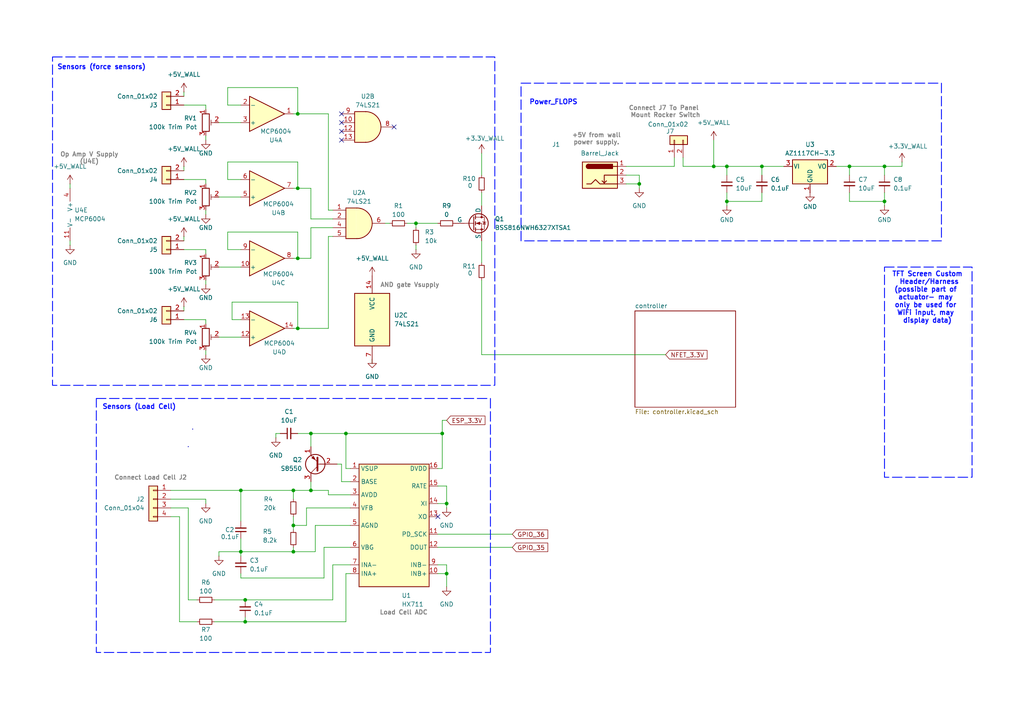
<source format=kicad_sch>
(kicad_sch (version 20231120) (generator "eeschema") (generator_version "8.0")
  (paper "A4")
  (title_block (title "FLOPS") (date "2024-11-14") (rev "3") (company "Team 09"))
  (lib_symbols
    (symbol "74xx:74LS21" (pin_names (offset 1.016))
      (property "Reference" "U" (at 0 1.27 0))
      (property "Value" "74LS21" (at 0 -1.27 0))
      (symbol "74LS21_1_1"
        (arc (start -0.635 -4.445) (mid 3.7907 0) (end -0.635 4.445) (stroke (width 0.254)) (fill (type background)))
        (polyline (pts (xy -0.635 4.445) (xy -3.81 4.445) (xy -3.81 -4.445) (xy -0.635 -4.445)) (stroke (width 0.254)) (fill (type background)))
        (pin input line (at -7.62 3.81 0) (length 3.81) (name "~") (number "1"))
        (pin input line (at -7.62 1.27 0) (length 3.81) (name "~") (number "2"))
        (pin input line (at -7.62 -1.27 0) (length 3.81) (name "~") (number "4"))
        (pin input line (at -7.62 -3.81 0) (length 3.81) (name "~") (number "5"))
        (pin output line (at 7.62 0 180) (length 3.81) (name "~") (number "6"))
      )
      (symbol "74LS21_1_2"
        (arc (start -3.81 -4.445) (mid -2.5908 0) (end -3.81 4.445) (stroke (width 0.254)))
        (arc (start -0.6096 -4.445) (mid 2.2246 -2.8422) (end 3.81 0) (stroke (width 0.254)) (fill (type background)))
        (polyline (pts (xy -3.81 -4.445) (xy -0.635 -4.445)) (stroke (width 0.254)) (fill (type background)))
        (polyline (pts (xy -3.81 4.445) (xy -0.635 4.445)) (stroke (width 0.254)) (fill (type background)))
        (polyline (pts (xy -0.635 4.445) (xy -3.81 4.445) (xy -3.81 4.445) (xy -3.6322 4.0894) (xy -3.0988 2.921) (xy -2.7686 1.6764) (xy -2.6162 0.4318) (xy -2.6416 -0.8636) (xy -2.8702 -2.1082) (xy -3.2512 -3.3274) (xy -3.81 -4.445) (xy -3.81 -4.445) (xy -0.635 -4.445)) (stroke (width -25.4)) (fill (type background)))
        (arc (start 3.81 0) (mid 2.2204 2.8379) (end -0.6096 4.445) (stroke (width 0.254)) (fill (type background)))
        (pin input inverted (at -7.62 3.81 0) (length 3.81) (name "~") (number "1"))
        (pin input inverted (at -7.62 1.27 0) (length 4.826) (name "~") (number "2"))
        (pin input inverted (at -7.62 -1.27 0) (length 4.826) (name "~") (number "4"))
        (pin input inverted (at -7.62 -3.81 0) (length 3.81) (name "~") (number "5"))
        (pin output inverted (at 7.62 0 180) (length 3.81) (name "~") (number "6"))
      )
      (symbol "74LS21_2_1"
        (arc (start -0.635 -4.445) (mid 3.7907 0) (end -0.635 4.445) (stroke (width 0.254)) (fill (type background)))
        (polyline (pts (xy -0.635 4.445) (xy -3.81 4.445) (xy -3.81 -4.445) (xy -0.635 -4.445)) (stroke (width 0.254)) (fill (type background)))
        (pin input line (at -7.62 1.27 0) (length 3.81) (name "~") (number "10"))
        (pin input line (at -7.62 -1.27 0) (length 3.81) (name "~") (number "12"))
        (pin input line (at -7.62 -3.81 0) (length 3.81) (name "~") (number "13"))
        (pin output line (at 7.62 0 180) (length 3.81) (name "~") (number "8"))
        (pin input line (at -7.62 3.81 0) (length 3.81) (name "~") (number "9"))
      )
      (symbol "74LS21_2_2"
        (arc (start -3.81 -4.445) (mid -2.5908 0) (end -3.81 4.445) (stroke (width 0.254)))
        (arc (start -0.6096 -4.445) (mid 2.2246 -2.8422) (end 3.81 0) (stroke (width 0.254)) (fill (type background)))
        (polyline (pts (xy -3.81 -4.445) (xy -0.635 -4.445)) (stroke (width 0.254)) (fill (type background)))
        (polyline (pts (xy -3.81 4.445) (xy -0.635 4.445)) (stroke (width 0.254)) (fill (type background)))
        (polyline (pts (xy -0.635 4.445) (xy -3.81 4.445) (xy -3.81 4.445) (xy -3.6322 4.0894) (xy -3.0988 2.921) (xy -2.7686 1.6764) (xy -2.6162 0.4318) (xy -2.6416 -0.8636) (xy -2.8702 -2.1082) (xy -3.2512 -3.3274) (xy -3.81 -4.445) (xy -3.81 -4.445) (xy -0.635 -4.445)) (stroke (width -25.4)) (fill (type background)))
        (arc (start 3.81 0) (mid 2.2204 2.8379) (end -0.6096 4.445) (stroke (width 0.254)) (fill (type background)))
        (pin input inverted (at -7.62 1.27 0) (length 4.826) (name "~") (number "10"))
        (pin input inverted (at -7.62 -1.27 0) (length 4.826) (name "~") (number "12"))
        (pin input inverted (at -7.62 -3.81 0) (length 3.81) (name "~") (number "13"))
        (pin output inverted (at 7.62 0 180) (length 3.81) (name "~") (number "8"))
        (pin input inverted (at -7.62 3.81 0) (length 3.81) (name "~") (number "9"))
      )
      (symbol "74LS21_3_0"
        (pin power_in line (at 0 12.7 270) (length 5.08) (name "VCC") (number "14"))
        (pin power_in line (at 0 -12.7 90) (length 5.08) (name "GND") (number "7"))
      )
      (symbol "74LS21_3_1"
        (rectangle (start -5.08 7.62) (end 5.08 -7.62) (stroke (width 0.254)) (fill (type background)))
      )
    )
    (symbol "Amplifier_Operational:MCP6004" (pin_names (offset 0.127))
      (property "Reference" "U" (at 0 5.08 0))
      (property "Value" "MCP6004" (at 0 -5.08 0))
      (symbol "MCP6004_1_1"
        (polyline (pts (xy -5.08 5.08) (xy 5.08 0) (xy -5.08 -5.08) (xy -5.08 5.08)) (stroke (width 0.254)) (fill (type background)))
        (pin output line (at 7.62 0 180) (length 2.54) (name "~") (number "1"))
        (pin input line (at -7.62 -2.54 0) (length 2.54) (name "-") (number "2"))
        (pin input line (at -7.62 2.54 0) (length 2.54) (name "+") (number "3"))
      )
      (symbol "MCP6004_2_1"
        (polyline (pts (xy -5.08 5.08) (xy 5.08 0) (xy -5.08 -5.08) (xy -5.08 5.08)) (stroke (width 0.254)) (fill (type background)))
        (pin input line (at -7.62 2.54 0) (length 2.54) (name "+") (number "5"))
        (pin input line (at -7.62 -2.54 0) (length 2.54) (name "-") (number "6"))
        (pin output line (at 7.62 0 180) (length 2.54) (name "~") (number "7"))
      )
      (symbol "MCP6004_3_1"
        (polyline (pts (xy -5.08 5.08) (xy 5.08 0) (xy -5.08 -5.08) (xy -5.08 5.08)) (stroke (width 0.254)) (fill (type background)))
        (pin input line (at -7.62 2.54 0) (length 2.54) (name "+") (number "10"))
        (pin output line (at 7.62 0 180) (length 2.54) (name "~") (number "8"))
        (pin input line (at -7.62 -2.54 0) (length 2.54) (name "-") (number "9"))
      )
      (symbol "MCP6004_4_1"
        (polyline (pts (xy -5.08 5.08) (xy 5.08 0) (xy -5.08 -5.08) (xy -5.08 5.08)) (stroke (width 0.254)) (fill (type background)))
        (pin input line (at -7.62 2.54 0) (length 2.54) (name "+") (number "12"))
        (pin input line (at -7.62 -2.54 0) (length 2.54) (name "-") (number "13"))
        (pin output line (at 7.62 0 180) (length 2.54) (name "~") (number "14"))
      )
      (symbol "MCP6004_5_1"
        (pin power_in line (at -2.54 -7.62 90) (length 3.81) (name "V-") (number "11"))
        (pin power_in line (at -2.54 7.62 270) (length 3.81) (name "V+") (number "4"))
      )
    )
    (symbol "Analog_ADC:HX711"
      (property "Reference" "U1" (at 2.1941 -20.32 0))
      (property "Value" "HX711" (at 2.1941 -22.86 0))
      (symbol "HX711_0_1"
        (rectangle (start -10.16 17.78) (end 10.16 -17.78) (stroke (width 0.254)) (fill (type background)))
      )
      (symbol "HX711_1_1"
        (pin power_in line (at -12.7 16.51 0) (length 2.54) (name "VSUP") (number "1"))
        (pin input line (at 12.7 -13.97 180) (length 2.54) (name "INB+") (number "10"))
        (pin input line (at 12.7 -2.54 180) (length 2.54) (name "PD_SCK") (number "11"))
        (pin output line (at 12.7 -6.35 180) (length 2.54) (name "DOUT") (number "12"))
        (pin passive line (at 12.7 2.54 180) (length 2.54) (name "XO") (number "13"))
        (pin passive line (at 12.7 6.35 180) (length 2.54) (name "XI") (number "14"))
        (pin input line (at 12.7 11.43 180) (length 2.54) (name "RATE") (number "15"))
        (pin power_in line (at 12.7 16.51 180) (length 2.54) (name "DVDD") (number "16"))
        (pin passive line (at -12.7 12.7 0) (length 2.54) (name "BASE") (number "2"))
        (pin power_in line (at -12.7 8.89 0) (length 2.54) (name "AVDD") (number "3"))
        (pin input line (at -12.7 5.08 0) (length 2.54) (name "VFB") (number "4"))
        (pin power_in line (at -12.7 0 0) (length 2.54) (name "AGND") (number "5"))
        (pin passive line (at -12.7 -6.35 0) (length 2.54) (name "VBG") (number "6"))
        (pin input line (at -12.7 -11.43 0) (length 2.54) (name "INA-") (number "7"))
        (pin input line (at -12.7 -13.97 0) (length 2.54) (name "INA+") (number "8"))
        (pin input line (at 12.7 -11.43 180) (length 2.54) (name "INB-") (number "9"))
      )
    )
    (symbol "Connector:Barrel_Jack_Switch_Pin3Ring" (pin_names hide)
      (property "Reference" "J" (at 0 5.334 0))
      (property "Value" "Barrel_Jack_Switch_Pin3Ring" (at 0 -5.08 0))
      (symbol "Barrel_Jack_Switch_Pin3Ring_0_1"
        (rectangle (start -5.08 3.81) (end 5.08 -3.81) (stroke (width 0.254)) (fill (type background)))
        (arc (start -3.302 3.175) (mid -3.9343 2.54) (end -3.302 1.905) (stroke (width 0.254)))
        (arc (start -3.302 3.175) (mid -3.9343 2.54) (end -3.302 1.905) (stroke (width 0.254)) (fill (type outline)))
        (polyline (pts (xy 1.27 -2.286) (xy 1.905 -1.651)) (stroke (width 0.254)))
        (polyline (pts (xy 5.08 2.54) (xy 3.81 2.54)) (stroke (width 0.254)))
        (polyline (pts (xy 5.08 0) (xy 1.27 0) (xy 1.27 -2.286) (xy 0.635 -1.651)) (stroke (width 0.254)))
        (polyline (pts (xy -3.81 -2.54) (xy -2.54 -2.54) (xy -1.27 -1.27) (xy 0 -2.54) (xy 2.54 -2.54) (xy 5.08 -2.54)) (stroke (width 0.254)))
        (rectangle (start 3.683 3.175) (end -3.302 1.905) (stroke (width 0.254)) (fill (type outline)))
      )
      (symbol "Barrel_Jack_Switch_Pin3Ring_1_1"
        (pin passive line (at 7.62 2.54 180) (length 2.54) (name "~") (number "1"))
        (pin passive line (at 7.62 0 180) (length 2.54) (name "~") (number "2"))
        (pin passive line (at 7.62 -2.54 180) (length 2.54) (name "~") (number "3"))
      )
    )
    (symbol "Connector_Generic:Conn_01x02" (pin_names (offset 1.016) hide)
      (property "Reference" "J" (at 0 2.54 0))
      (property "Value" "Conn_01x02" (at 0 -5.08 0))
      (symbol "Conn_01x02_1_1"
        (rectangle (start -1.27 -2.413) (end 0 -2.667) (stroke (width 0.1524)))
        (rectangle (start -1.27 0.127) (end 0 -0.127) (stroke (width 0.1524)))
        (rectangle (start -1.27 1.27) (end 1.27 -3.81) (stroke (width 0.254)) (fill (type background)))
        (pin passive line (at -5.08 0 0) (length 3.81) (name "Pin_1") (number "1"))
        (pin passive line (at -5.08 -2.54 0) (length 3.81) (name "Pin_2") (number "2"))
      )
    )
    (symbol "Connector_Generic:Conn_01x04" (pin_names (offset 1.016) hide)
      (property "Reference" "J" (at 0 5.08 0))
      (property "Value" "Conn_01x04" (at 0 -7.62 0))
      (symbol "Conn_01x04_1_1"
        (rectangle (start -1.27 -4.953) (end 0 -5.207) (stroke (width 0.1524)))
        (rectangle (start -1.27 -2.413) (end 0 -2.667) (stroke (width 0.1524)))
        (rectangle (start -1.27 0.127) (end 0 -0.127) (stroke (width 0.1524)))
        (rectangle (start -1.27 2.667) (end 0 2.413) (stroke (width 0.1524)))
        (rectangle (start -1.27 3.81) (end 1.27 -6.35) (stroke (width 0.254)) (fill (type background)))
        (pin passive line (at -5.08 2.54 0) (length 3.81) (name "Pin_1") (number "1"))
        (pin passive line (at -5.08 0 0) (length 3.81) (name "Pin_2") (number "2"))
        (pin passive line (at -5.08 -2.54 0) (length 3.81) (name "Pin_3") (number "3"))
        (pin passive line (at -5.08 -5.08 0) (length 3.81) (name "Pin_4") (number "4"))
      )
    )
    (symbol "Device:C_Small" (pin_numbers hide) (pin_names (offset 0.254) hide)
      (property "Reference" "C" (at 0.254 1.778 0))
      (property "Value" "C_Small" (at 0.254 -2.032 0))
      (symbol "C_Small_0_1"
        (polyline (pts (xy -1.524 -0.508) (xy 1.524 -0.508)) (stroke (width 0.3302)))
        (polyline (pts (xy -1.524 0.508) (xy 1.524 0.508)) (stroke (width 0.3048)))
      )
      (symbol "C_Small_1_1"
        (pin passive line (at 0 2.54 270) (length 2.032) (name "~") (number "1"))
        (pin passive line (at 0 -2.54 90) (length 2.032) (name "~") (number "2"))
      )
    )
    (symbol "Device:R_Potentiometer_Trim" (pin_names (offset 1.016) hide)
      (property "Reference" "RV" (at -4.445 0 90))
      (property "Value" "R_Potentiometer_Trim" (at -2.54 0 90))
      (symbol "R_Potentiometer_Trim_0_1"
        (polyline (pts (xy 1.524 0.762) (xy 1.524 -0.762)))
        (polyline (pts (xy 2.54 0) (xy 1.524 0)))
        (rectangle (start 1.016 2.54) (end -1.016 -2.54) (stroke (width 0.254)))
      )
      (symbol "R_Potentiometer_Trim_1_1"
        (pin passive line (at 0 3.81 270) (length 1.27) (name "1") (number "1"))
        (pin passive line (at 3.81 0 180) (length 1.27) (name "2") (number "2"))
        (pin passive line (at 0 -3.81 90) (length 1.27) (name "3") (number "3"))
      )
    )
    (symbol "Device:R_Small" (pin_numbers hide) (pin_names (offset 0.254) hide)
      (property "Reference" "R" (at 0.762 0.508 0))
      (property "Value" "R_Small" (at 0.762 -1.016 0))
      (symbol "R_Small_0_1"
        (rectangle (start -0.762 1.778) (end 0.762 -1.778) (stroke (width 0.2032)))
      )
      (symbol "R_Small_1_1"
        (pin passive line (at 0 2.54 270) (length 0.762) (name "~") (number "1"))
        (pin passive line (at 0 -2.54 90) (length 0.762) (name "~") (number "2"))
      )
    )
    (symbol "Regulator_Linear:AZ1117-3.3" (pin_names (offset 0.254))
      (property "Reference" "U" (at -3.81 3.175 0))
      (property "Value" "AZ1117-3.3" (at 0 3.175 0))
      (symbol "AZ1117-3.3_0_1"
        (rectangle (start -5.08 1.905) (end 5.08 -5.08) (stroke (width 0.254)) (fill (type background)))
      )
      (symbol "AZ1117-3.3_1_1"
        (pin power_in line (at 0 -7.62 90) (length 2.54) (name "GND") (number "1"))
        (pin power_out line (at 7.62 0 180) (length 2.54) (name "VO") (number "2"))
        (pin power_in line (at -7.62 0 0) (length 2.54) (name "VI") (number "3"))
      )
    )
    (symbol "Simulation_SPICE:NMOS" (pin_numbers hide) (pin_names (offset 0))
      (property "Reference" "Q" (at 5.08 1.27 0))
      (property "Value" "NMOS" (at 5.08 -1.27 0))
      (symbol "NMOS_0_1"
        (polyline (pts (xy 0.254 0) (xy -2.54 0)))
        (polyline (pts (xy 0.254 1.905) (xy 0.254 -1.905)) (stroke (width 0.254)))
        (polyline (pts (xy 0.762 -1.27) (xy 0.762 -2.286)) (stroke (width 0.254)))
        (polyline (pts (xy 0.762 0.508) (xy 0.762 -0.508)) (stroke (width 0.254)))
        (polyline (pts (xy 0.762 2.286) (xy 0.762 1.27)) (stroke (width 0.254)))
        (polyline (pts (xy 2.54 2.54) (xy 2.54 1.778)))
        (polyline (pts (xy 2.54 -2.54) (xy 2.54 0) (xy 0.762 0)))
        (polyline (pts (xy 0.762 -1.778) (xy 3.302 -1.778) (xy 3.302 1.778) (xy 0.762 1.778)))
        (polyline (pts (xy 1.016 0) (xy 2.032 0.381) (xy 2.032 -0.381) (xy 1.016 0)) (fill (type outline)))
        (polyline (pts (xy 2.794 0.508) (xy 2.921 0.381) (xy 3.683 0.381) (xy 3.81 0.254)))
        (polyline (pts (xy 3.302 0.381) (xy 2.921 -0.254) (xy 3.683 -0.254) (xy 3.302 0.381)))
        (circle (center 1.651 0) (radius 2.794) (stroke (width 0.254)))
        (circle (center 2.54 -1.778) (radius 0.254) (fill (type outline)))
        (circle (center 2.54 1.778) (radius 0.254) (fill (type outline)))
      )
      (symbol "NMOS_1_1"
        (pin passive line (at 2.54 5.08 270) (length 2.54) (name "D") (number "1"))
        (pin input line (at -5.08 0 0) (length 2.54) (name "G") (number "2"))
        (pin passive line (at 2.54 -5.08 90) (length 2.54) (name "S") (number "3"))
      )
    )
    (symbol "Transistor_BJT:S8550" (pin_names (offset 0) hide)
      (property "Reference" "Q" (at 5.08 1.905 0))
      (property "Value" "S8550" (at 5.08 0 0))
      (symbol "S8550_0_1"
        (polyline (pts (xy 0 0) (xy 0.635 0)))
        (polyline (pts (xy 2.54 -2.54) (xy 0.635 -0.635)))
        (polyline (pts (xy 2.54 2.54) (xy 0.635 0.635)))
        (polyline (pts (xy 0.635 1.905) (xy 0.635 -1.905) (xy 0.635 -1.905)) (stroke (width 0.508)) (fill (type outline)))
        (polyline (pts (xy 1.778 -2.286) (xy 2.286 -1.778) (xy 1.27 -1.27) (xy 1.778 -2.286) (xy 1.778 -2.286)) (fill (type outline)))
        (circle (center 1.27 0) (radius 2.8194) (stroke (width 0.254)))
      )
      (symbol "S8550_1_1"
        (pin passive line (at 2.54 -5.08 90) (length 2.54) (name "E") (number "1"))
        (pin input line (at -5.08 0 0) (length 5.08) (name "B") (number "2"))
        (pin passive line (at 2.54 5.08 270) (length 2.54) (name "C") (number "3"))
      )
    )
    (symbol "power:+3.3V" (power) (pin_numbers hide) (pin_names (offset 0) hide)
      (property "Value" "+3.3V" (at 0 3.556 0))
      (symbol "+3.3V_0_1"
        (polyline (pts (xy -0.762 1.27) (xy 0 2.54)))
        (polyline (pts (xy 0 0) (xy 0 2.54)))
        (polyline (pts (xy 0 2.54) (xy 0.762 1.27)))
      )
      (symbol "+3.3V_1_1"
        (pin power_in line (at 0 0 90) (length 0) (name "~") (number "1"))
      )
    )
    (symbol "power:+5V" (power) (pin_numbers hide) (pin_names (offset 0) hide)
      (property "Value" "+5V" (at 0 3.556 0))
      (symbol "+5V_0_1"
        (polyline (pts (xy -0.762 1.27) (xy 0 2.54)))
        (polyline (pts (xy 0 0) (xy 0 2.54)))
        (polyline (pts (xy 0 2.54) (xy 0.762 1.27)))
      )
      (symbol "+5V_1_1"
        (pin power_in line (at 0 0 90) (length 0) (name "~") (number "1"))
      )
    )
    (symbol "power:GND" (power) (pin_numbers hide) (pin_names (offset 0) hide)
      (property "Value" "GND" (at 0 -3.81 0))
      (symbol "GND_0_1"
        (polyline (pts (xy 0 0) (xy 0 -1.27) (xy 1.27 -1.27) (xy 0 -2.54) (xy -1.27 -1.27) (xy 0 -1.27)))
      )
      (symbol "GND_1_1"
        (pin power_in line (at 0 0 270) (length 0) (name "~") (number "1"))
      )
    )
  )
  (junction (at 129.54 166.37))
  (junction (at 220.98 48.26))
  (junction (at 210.82 48.26))
  (junction (at 128.27 125.73))
  (junction (at 86.36 74.93))
  (junction (at 207.01 48.26))
  (junction (at 90.17 125.73))
  (junction (at 69.85 160.02))
  (junction (at 85.09 142.24))
  (junction (at 69.85 142.24))
  (junction (at 256.54 58.42))
  (junction (at 100.33 125.73))
  (junction (at 210.82 58.42))
  (junction (at 71.12 173.99))
  (junction (at 71.12 180.34))
  (junction (at 85.09 152.4))
  (junction (at 90.17 142.24))
  (junction (at 129.54 146.05))
  (junction (at 86.36 54.61))
  (junction (at 86.36 33.02))
  (junction (at 246.38 48.26))
  (junction (at 85.09 160.02))
  (junction (at 120.65 64.77))
  (junction (at 185.42 53.34))
  (junction (at 86.36 95.25))
  (junction (at 256.54 48.26))
  (no_connect (at 127 149.86))
  (no_connect (at 99.06 33.02))
  (no_connect (at 114.3 36.83))
  (no_connect (at 99.06 35.56))
  (no_connect (at 99.06 40.64))
  (no_connect (at 99.06 38.1))
  (wire (pts (xy 62.23 173.99) (xy 71.12 173.99)))
  (wire (pts (xy 111.76 64.77) (xy 113.03 64.77)))
  (wire (pts (xy 127 140.97) (xy 129.54 140.97)))
  (wire (pts (xy 128.27 121.92) (xy 128.27 125.73)))
  (wire (pts (xy 85.09 74.93) (xy 86.36 74.93)))
  (wire (pts (xy 256.54 58.42) (xy 256.54 59.69)))
  (wire (pts (xy 185.42 53.34) (xy 185.42 54.61)))
  (wire (pts (xy 93.98 167.64) (xy 69.85 167.64)))
  (wire (pts (xy 49.53 142.24) (xy 69.85 142.24)))
  (wire (pts (xy 69.85 160.02) (xy 85.09 160.02)))
  (wire (pts (xy 63.5 57.15) (xy 69.85 57.15)))
  (wire (pts (xy 86.36 74.93) (xy 90.17 74.93)))
  (wire (pts (xy 69.85 142.24) (xy 69.85 151.13)))
  (wire (pts (xy 198.12 48.26) (xy 198.12 45.72)))
  (wire (pts (xy 242.57 48.26) (xy 246.38 48.26)))
  (wire (pts (xy 85.09 160.02) (xy 85.09 158.75)))
  (wire (pts (xy 53.34 92.71) (xy 59.69 92.71)))
  (wire (pts (xy 80.01 125.73) (xy 80.01 127)))
  (wire (pts (xy 69.85 156.21) (xy 69.85 160.02)))
  (wire (pts (xy 49.53 144.78) (xy 59.69 144.78)))
  (wire (pts (xy 63.5 160.02) (xy 69.85 160.02)))
  (wire (pts (xy 101.6 147.32) (xy 88.9 147.32)))
  (wire (pts (xy 59.69 30.48) (xy 59.69 31.75)))
  (wire (pts (xy 90.17 125.73) (xy 100.33 125.73)))
  (wire (pts (xy 139.7 102.87) (xy 193.04 102.87)))
  (wire (pts (xy 198.12 48.26) (xy 207.01 48.26)))
  (wire (pts (xy 95.25 68.58) (xy 96.52 68.58)))
  (wire (pts (xy 59.69 144.78) (xy 59.69 146.05)))
  (wire (pts (xy 53.34 68.58) (xy 53.34 69.85)))
  (wire (pts (xy 246.38 48.26) (xy 246.38 50.8)))
  (wire (pts (xy 67.31 92.71) (xy 69.85 92.71)))
  (wire (pts (xy 59.69 72.39) (xy 59.69 73.66)))
  (wire (pts (xy 181.61 48.26) (xy 195.58 48.26)))
  (wire (pts (xy 220.98 48.26) (xy 220.98 50.8)))
  (wire (pts (xy 220.98 48.26) (xy 227.33 48.26)))
  (wire (pts (xy 66.04 72.39) (xy 69.85 72.39)))
  (wire (pts (xy 59.69 39.37) (xy 59.69 40.64)))
  (wire (pts (xy 81.28 125.73) (xy 80.01 125.73)))
  (wire (pts (xy 139.7 81.28) (xy 139.7 102.87)))
  (wire (pts (xy 20.32 53.34) (xy 20.32 54.61)))
  (wire (pts (xy 127 166.37) (xy 129.54 166.37)))
  (wire (pts (xy 53.34 48.26) (xy 53.34 49.53)))
  (wire (pts (xy 63.5 35.56) (xy 69.85 35.56)))
  (wire (pts (xy 118.11 64.77) (xy 120.65 64.77)))
  (wire (pts (xy 53.34 88.9) (xy 53.34 90.17)))
  (wire (pts (xy 95.25 33.02) (xy 95.25 60.96)))
  (wire (pts (xy 85.09 152.4) (xy 85.09 153.67)))
  (wire (pts (xy 66.04 67.31) (xy 86.36 67.31)))
  (wire (pts (xy 52.07 149.86) (xy 52.07 180.34)))
  (wire (pts (xy 210.82 55.88) (xy 210.82 58.42)))
  (wire (pts (xy 67.31 87.63) (xy 67.31 92.71)))
  (wire (pts (xy 101.6 166.37) (xy 100.33 166.37)))
  (wire (pts (xy 90.17 125.73) (xy 90.17 129.54)))
  (wire (pts (xy 256.54 55.88) (xy 256.54 58.42)))
  (wire (pts (xy 86.36 67.31) (xy 86.36 74.93)))
  (wire (pts (xy 139.7 44.45) (xy 139.7 50.8)))
  (wire (pts (xy 86.36 46.99) (xy 86.36 54.61)))
  (wire (pts (xy 59.69 101.6) (xy 59.69 102.87)))
  (wire (pts (xy 85.09 33.02) (xy 86.36 33.02)))
  (wire (pts (xy 120.65 64.77) (xy 120.65 66.04)))
  (wire (pts (xy 85.09 149.86) (xy 85.09 152.4)))
  (wire (pts (xy 210.82 58.42) (xy 220.98 58.42)))
  (wire (pts (xy 100.33 166.37) (xy 100.33 180.34)))
  (wire (pts (xy 20.32 69.85) (xy 20.32 71.12)))
  (wire (pts (xy 69.85 142.24) (xy 85.09 142.24)))
  (wire (pts (xy 63.5 161.29) (xy 63.5 160.02)))
  (wire (pts (xy 256.54 48.26) (xy 256.54 50.8)))
  (wire (pts (xy 71.12 173.99) (xy 96.52 173.99)))
  (wire (pts (xy 101.6 135.89) (xy 100.33 135.89)))
  (wire (pts (xy 95.25 95.25) (xy 95.25 68.58)))
  (wire (pts (xy 49.53 147.32) (xy 54.61 147.32)))
  (wire (pts (xy 53.34 72.39) (xy 59.69 72.39)))
  (wire (pts (xy 53.34 52.07) (xy 59.69 52.07)))
  (wire (pts (xy 86.36 54.61) (xy 90.17 54.61)))
  (wire (pts (xy 88.9 147.32) (xy 88.9 152.4)))
  (wire (pts (xy 85.09 160.02) (xy 91.44 160.02)))
  (wire (pts (xy 129.54 146.05) (xy 129.54 147.32)))
  (wire (pts (xy 90.17 142.24) (xy 90.17 139.7)))
  (wire (pts (xy 59.69 81.28) (xy 59.69 82.55)))
  (wire (pts (xy 220.98 58.42) (xy 220.98 55.88)))
  (wire (pts (xy 85.09 142.24) (xy 90.17 142.24)))
  (wire (pts (xy 86.36 125.73) (xy 90.17 125.73)))
  (wire (pts (xy 91.44 152.4) (xy 91.44 160.02)))
  (wire (pts (xy 100.33 125.73) (xy 100.33 135.89)))
  (wire (pts (xy 49.53 149.86) (xy 52.07 149.86)))
  (wire (pts (xy 101.6 143.51) (xy 95.25 143.51)))
  (wire (pts (xy 207.01 48.26) (xy 210.82 48.26)))
  (wire (pts (xy 207.01 40.64) (xy 207.01 48.26)))
  (wire (pts (xy 210.82 48.26) (xy 210.82 50.8)))
  (wire (pts (xy 53.34 26.67) (xy 53.34 27.94)))
  (wire (pts (xy 86.36 25.4) (xy 86.36 33.02)))
  (wire (pts (xy 66.04 52.07) (xy 69.85 52.07)))
  (wire (pts (xy 129.54 121.92) (xy 128.27 121.92)))
  (wire (pts (xy 107.95 105.41) (xy 107.95 104.14)))
  (wire (pts (xy 59.69 92.71) (xy 59.69 93.98)))
  (wire (pts (xy 181.61 50.8) (xy 185.42 50.8)))
  (wire (pts (xy 256.54 48.26) (xy 261.62 48.26)))
  (wire (pts (xy 210.82 58.42) (xy 210.82 59.69)))
  (wire (pts (xy 127 163.83) (xy 129.54 163.83)))
  (wire (pts (xy 66.04 46.99) (xy 66.04 52.07)))
  (wire (pts (xy 88.9 152.4) (xy 85.09 152.4)))
  (wire (pts (xy 96.52 163.83) (xy 96.52 173.99)))
  (wire (pts (xy 52.07 180.34) (xy 57.15 180.34)))
  (wire (pts (xy 99.06 134.62) (xy 97.79 134.62)))
  (wire (pts (xy 62.23 180.34) (xy 71.12 180.34)))
  (wire (pts (xy 95.25 60.96) (xy 96.52 60.96)))
  (wire (pts (xy 90.17 63.5) (xy 96.52 63.5)))
  (wire (pts (xy 127 154.94) (xy 148.59 154.94)))
  (wire (pts (xy 120.65 64.77) (xy 127 64.77)))
  (wire (pts (xy 185.42 50.8) (xy 185.42 53.34)))
  (wire (pts (xy 71.12 180.34) (xy 100.33 180.34)))
  (wire (pts (xy 63.5 97.79) (xy 69.85 97.79)))
  (wire (pts (xy 101.6 152.4) (xy 91.44 152.4)))
  (wire (pts (xy 99.06 134.62) (xy 99.06 139.7)))
  (wire (pts (xy 66.04 25.4) (xy 66.04 30.48)))
  (wire (pts (xy 90.17 54.61) (xy 90.17 63.5)))
  (wire (pts (xy 99.06 139.7) (xy 101.6 139.7)))
  (wire (pts (xy 59.69 60.96) (xy 59.69 62.23)))
  (wire (pts (xy 63.5 77.47) (xy 69.85 77.47)))
  (wire (pts (xy 210.82 48.26) (xy 220.98 48.26)))
  (wire (pts (xy 129.54 146.05) (xy 127 146.05)))
  (wire (pts (xy 54.61 147.32) (xy 54.61 173.99)))
  (wire (pts (xy 129.54 163.83) (xy 129.54 166.37)))
  (wire (pts (xy 129.54 140.97) (xy 129.54 146.05)))
  (wire (pts (xy 66.04 46.99) (xy 86.36 46.99)))
  (wire (pts (xy 85.09 54.61) (xy 86.36 54.61)))
  (wire (pts (xy 90.17 66.04) (xy 96.52 66.04)))
  (wire (pts (xy 85.09 95.25) (xy 86.36 95.25)))
  (wire (pts (xy 67.31 87.63) (xy 86.36 87.63)))
  (wire (pts (xy 120.65 71.12) (xy 120.65 72.39)))
  (wire (pts (xy 90.17 74.93) (xy 90.17 66.04)))
  (wire (pts (xy 139.7 69.85) (xy 139.7 76.2)))
  (wire (pts (xy 127 158.75) (xy 148.59 158.75)))
  (wire (pts (xy 53.34 30.48) (xy 59.69 30.48)))
  (wire (pts (xy 86.36 95.25) (xy 95.25 95.25)))
  (wire (pts (xy 100.33 125.73) (xy 128.27 125.73)))
  (wire (pts (xy 59.69 52.07) (xy 59.69 53.34)))
  (wire (pts (xy 95.25 142.24) (xy 90.17 142.24)))
  (wire (pts (xy 69.85 167.64) (xy 69.85 166.37)))
  (wire (pts (xy 246.38 55.88) (xy 246.38 58.42)))
  (wire (pts (xy 86.36 33.02) (xy 95.25 33.02)))
  (wire (pts (xy 54.61 173.99) (xy 57.15 173.99)))
  (wire (pts (xy 93.98 158.75) (xy 93.98 167.64)))
  (wire (pts (xy 85.09 142.24) (xy 85.09 144.78)))
  (wire (pts (xy 101.6 163.83) (xy 96.52 163.83)))
  (wire (pts (xy 86.36 87.63) (xy 86.36 95.25)))
  (wire (pts (xy 181.61 53.34) (xy 185.42 53.34)))
  (wire (pts (xy 246.38 48.26) (xy 256.54 48.26)))
  (wire (pts (xy 129.54 166.37) (xy 129.54 170.18)))
  (wire (pts (xy 71.12 180.34) (xy 71.12 179.07)))
  (wire (pts (xy 95.25 143.51) (xy 95.25 142.24)))
  (wire (pts (xy 66.04 25.4) (xy 86.36 25.4)))
  (wire (pts (xy 101.6 158.75) (xy 93.98 158.75)))
  (wire (pts (xy 139.7 55.88) (xy 139.7 59.69)))
  (wire (pts (xy 246.38 58.42) (xy 256.54 58.42)))
  (wire (pts (xy 195.58 48.26) (xy 195.58 45.72)))
  (wire (pts (xy 128.27 135.89) (xy 128.27 125.73)))
  (wire (pts (xy 261.62 46.99) (xy 261.62 48.26)))
  (wire (pts (xy 66.04 30.48) (xy 69.85 30.48)))
  (wire (pts (xy 66.04 67.31) (xy 66.04 72.39)))
  (wire (pts (xy 127 135.89) (xy 128.27 135.89)))
  (wire (pts (xy 69.85 160.02) (xy 69.85 161.29)))
  (rectangle (start 15.24 16.51) (end 143.51 111.76) (stroke (width 0.254) (type dash) (color 0 11 255 1)))
  (rectangle (start 151.13 24.13) (end 273.05 69.85) (stroke (width 0.254) (type dash) (color 0 11 255 1)))
  (circle (center 54.61 129.54) (radius 0.0001))
  (rectangle (start 256.54 77.47) (end 281.94 138.43) (stroke (width 0.254) (type dash) (color 0 11 255 1)))
  (rectangle (start 27.94 115.57) (end 142.24 189.23) (stroke (width 0.254) (type dash) (color 0 11 255 1)))
  (circle (center 55.88 124.46) (radius 0.0001))
  (text "Connect J7 To Panel\n Mount Rocker Switch" (at 192.532 32.512 0) (effects (font (size 1.27 1.27) (thickness 0.254) (bold yes))))
  (text "Power_FLOPS" (at 160.528 29.718 0) (effects (font (size 1.397 1.397) (thickness 0.2794) (bold yes))))
  (text "+5V from wall \npower supply. " (at 173.482 40.386 0) (effects (font (size 1.27 1.27) (thickness 0.254) (bold yes))))
  (text "Op Amp V Supply\n(U4E)\n" (at 25.908 45.974 0) (effects (font (size 1.27 1.27) (thickness 0.254) (bold yes))))
  (text "Sensors (Load Cell)" (at 40.386 118.11 0) (effects (font (size 1.397 1.397) (thickness 0.2794) (bold yes))))
  (text "Load Cell ADC" (at 117.094 177.8 0) (effects (font (size 1.27 1.27) (thickness 0.254) (bold yes))))
  (text "Sensors (force sensors)" (at 29.464 19.558 0) (effects (font (size 1.397 1.397) (thickness 0.2794) (bold yes))))
  (text "Connect Load Cell J2\n" (at 43.688 138.684 0) (effects (font (size 1.27 1.27) (thickness 0.254) (bold yes))))
  (text "TFT Screen Custom\n Header/Harness\n(possible part of \nactuator- may \nonly be used for \nWiFi input, may \ndisplay data)" (at 268.986 86.36 0) (effects (font (size 1.397 1.397) (thickness 0.2794) (bold yes))))
  (text "AND gate Vsupply\n" (at 118.872 82.804 0) (effects (font (size 1.27 1.27) (thickness 0.254) (bold yes))))
  (global_label "NFET_3.3V" (shape input) (at 193.04 102.87 0) (property "Intersheetrefs" "${INTERSHEET_REFS}" (effects (hide yes))))
  (global_label "GPIO_35" (shape input) (at 148.59 158.75 0) (property "Intersheetrefs" "${INTERSHEET_REFS}" (effects (hide yes))))
  (global_label "GPIO_36" (shape input) (at 148.59 154.94 0) (property "Intersheetrefs" "${INTERSHEET_REFS}" (effects (hide yes))))
  (global_label "ESP_3.3V" (shape input) (at 129.54 121.92 0) (property "Intersheetrefs" "${INTERSHEET_REFS}" (effects (hide yes))))
  (symbol (lib_id "74xx:74LS21") (at 104.14 64.77 0) (unit 1)
    (property "Reference" "U2" (at 104.1303 55.88 0))
    (property "Value" "74LS21" (at 104.1303 58.42 0))
    (property "Footprint" "Package_SO:SOIC-14_3.9x8.7mm_P1.27mm" (effects (hide yes)))
    (property "Datasheet" "http://www.ti.com/lit/gpn/sn74LS21" (effects (hide yes)))
    (property "Description" "Dual 4-input AND" (effects (hide yes)))
  )
  (symbol (lib_id "Amplifier_Operational:MCP6004") (at 77.47 54.61 0) (mirror x) (unit 2)
    (property "Reference" "U4" (at 80.772 61.722 0))
    (property "Value" "MCP6004" (at 80.772 59.182 0))
    (property "Footprint" "Package_SO:SOIC-14_3.9x8.7mm_P1.27mm" (effects (hide yes)))
    (property "Datasheet" "http://ww1.microchip.com/downloads/en/DeviceDoc/21733j.pdf" (effects (hide yes)))
    (property "Description" "1MHz, Low-Power Op Amp, DIP-14/SOIC-14/TSSOP-14" (effects (hide yes)))
  )
  (symbol (lib_id "74xx:74LS21") (at 107.95 92.71 0) (unit 3)
    (property "Reference" "U2" (at 114.3 91.4399 0) (effects (justify left)))
    (property "Value" "74LS21" (at 114.3 93.9799 0) (effects (justify left)))
    (property "Footprint" "Package_SO:SOIC-14_3.9x8.7mm_P1.27mm" (effects (hide yes)))
    (property "Datasheet" "http://www.ti.com/lit/gpn/sn74LS21" (effects (hide yes)))
    (property "Description" "Dual 4-input AND" (effects (hide yes)))
  )
  (symbol (lib_id "Device:R_Potentiometer_Trim") (at 59.69 77.47 0) (unit 1)
    (property "Reference" "RV3" (at 57.15 76.1999 0) (effects (justify right)))
    (property "Value" "100k Trim Pot" (at 57.15 78.7399 0) (effects (justify right)))
    (property "Footprint" "Potentiometer_SMD:Potentiometer_Bourns_3314G_Vertical" (effects (hide yes)))
    (property "Description" "Trim-potentiometer" (effects (hide yes)))
  )
  (symbol (lib_id "power:GND") (at 234.95 55.88 0) (unit 1)
    (property "Reference" "#PWR02" (effects (hide yes)))
    (property "Value" "GND" (at 234.95 59.944 0))
    (property "Description" "Power symbol creates a global label with name \"GND\" , ground" (effects (hide yes)))
  )
  (symbol (lib_id "Device:R_Small") (at 85.09 147.32 180) (unit 1)
    (property "Reference" "R4" (at 76.454 144.78 0) (effects (justify right)))
    (property "Value" "20k" (at 76.454 147.32 0) (effects (justify right)))
    (property "Footprint" "Resistor_SMD:R_0603_1608Metric_Pad0.98x0.95mm_HandSolder" (effects (hide yes)))
    (property "Description" "Resistor, small symbol" (effects (hide yes)))
  )
  (symbol (lib_id "power:+3.3V") (at 107.95 80.01 0) (unit 1)
    (property "Reference" "#PWR026" (effects (hide yes)))
    (property "Value" "+5V_WALL" (at 107.95 74.93 0))
    (property "Description" "Power symbol creates a global label with name \"+3.3V\"" (effects (hide yes)))
  )
  (symbol (lib_id "power:GND") (at 129.54 147.32 0) (unit 1)
    (property "Reference" "#PWR015" (effects (hide yes)))
    (property "Value" "GND" (at 129.54 152.4 0))
    (property "Description" "Power symbol creates a global label with name \"GND\" , ground" (effects (hide yes)))
  )
  (symbol (lib_id "Amplifier_Operational:MCP6004") (at 77.47 74.93 0) (mirror x) (unit 3)
    (property "Reference" "U4" (at 80.772 82.042 0))
    (property "Value" "MCP6004" (at 80.772 79.502 0))
    (property "Footprint" "Package_SO:SOIC-14_3.9x8.7mm_P1.27mm" (effects (hide yes)))
    (property "Datasheet" "http://ww1.microchip.com/downloads/en/DeviceDoc/21733j.pdf" (effects (hide yes)))
    (property "Description" "1MHz, Low-Power Op Amp, DIP-14/SOIC-14/TSSOP-14" (effects (hide yes)))
  )
  (symbol (lib_id "Device:C_Small") (at 256.54 53.34 0) (unit 1)
    (property "Reference" "C8" (at 259.08 52.0762 0) (effects (justify left)))
    (property "Value" "0.1uF" (at 259.08 54.6162 0) (effects (justify left)))
    (property "Footprint" "Capacitor_SMD:C_0603_1608Metric_Pad1.08x0.95mm_HandSolder" (effects (hide yes)))
    (property "Description" "Unpolarized capacitor, small symbol" (effects (hide yes)))
  )
  (symbol (lib_id "power:GND") (at 59.69 40.64 0) (unit 1)
    (property "Reference" "#PWR025" (effects (hide yes)))
    (property "Value" "GND" (at 59.69 44.45 0))
    (property "Description" "Power symbol creates a global label with name \"GND\" , ground" (effects (hide yes)))
  )
  (symbol (lib_id "Device:C_Small") (at 69.85 163.83 180) (unit 1)
    (property "Reference" "C3" (at 72.39 162.5535 0) (effects (justify right)))
    (property "Value" "0.1uF" (at 72.39 165.0935 0) (effects (justify right)))
    (property "Footprint" "Capacitor_SMD:C_0603_1608Metric_Pad1.08x0.95mm_HandSolder" (effects (hide yes)))
    (property "Description" "Unpolarized capacitor, small symbol" (effects (hide yes)))
  )
  (symbol (lib_id "power:+5V") (at 20.32 53.34 0) (unit 1)
    (property "Reference" "#PWR05" (effects (hide yes)))
    (property "Value" "+5V_WALL" (at 20.32 48.26 0))
    (property "Description" "Power symbol creates a global label with name \"+5V\"" (effects (hide yes)))
  )
  (symbol (lib_id "Device:R_Small") (at 59.69 180.34 270) (unit 1)
    (property "Reference" "R7" (at 59.69 182.626 90))
    (property "Value" "100" (at 59.69 185.166 90))
    (property "Footprint" "Resistor_SMD:R_0603_1608Metric_Pad0.98x0.95mm_HandSolder" (effects (hide yes)))
    (property "Description" "Resistor, small symbol" (effects (hide yes)))
  )
  (symbol (lib_id "power:+3.3V") (at 261.62 46.99 0) (unit 1)
    (property "Reference" "#PWR07" (effects (hide yes)))
    (property "Value" "+3.3V_WALL" (at 257.556 42.418 0) (effects (justify left)))
    (property "Description" "Power symbol creates a global label with name \"+3.3V\"" (effects (hide yes)))
  )
  (symbol (lib_id "power:GND") (at 59.69 82.55 0) (unit 1)
    (property "Reference" "#PWR020" (effects (hide yes)))
    (property "Value" "GND" (at 59.69 86.36 0))
    (property "Description" "Power symbol creates a global label with name \"GND\" , ground" (effects (hide yes)))
  )
  (symbol (lib_id "Device:R_Small") (at 139.7 78.74 0) (unit 1)
    (property "Reference" "R11" (at 134.112 77.216 0) (effects (justify left)))
    (property "Value" "0" (at 135.636 79.248 0) (effects (justify left)))
    (property "Footprint" "Resistor_SMD:R_0603_1608Metric_Pad0.98x0.95mm_HandSolder" (effects (hide yes)))
    (property "Description" "Resistor, small symbol" (effects (hide yes)))
  )
  (symbol (lib_id "power:+3.3V") (at 53.34 88.9 0) (unit 1)
    (property "Reference" "#PWR021" (effects (hide yes)))
    (property "Value" "+5V_WALL" (at 53.34 83.82 0))
    (property "Description" "Power symbol creates a global label with name \"+3.3V\"" (effects (hide yes)))
  )
  (symbol (lib_id "Connector_Generic:Conn_01x02") (at 195.58 40.64 90) (unit 1)
    (property "Reference" "J7" (at 195.5799 38.1 90) (effects (justify left)))
    (property "Value" "Conn_01x02" (at 199.644 36.068 90) (effects (justify left)))
    (property "Footprint" "Connector_JST:JST_XA_S02B-XASK-1N-BN_1x02_P2.50mm_Horizontal" (effects (hide yes)))
    (property "Description" "Generic connector, single row, 01x02, script generated (kicad-library-utils/schlib/autogen/connector/)" (effects (hide yes)))
  )
  (symbol (lib_id "Transistor_BJT:S8550") (at 92.71 134.62 180) (unit 1)
    (property "Reference" "Q2" (at 87.63 133.3499 0) (effects (justify left)))
    (property "Value" "S8550" (at 87.63 135.8899 0) (effects (justify left)))
    (property "Footprint" "Package_TO_SOT_SMD:SOT-23-3" (effects (hide yes)))
    (property "Datasheet" "http://www.unisonic.com.tw/datasheet/S8550.pdf" (effects (hide yes)))
    (property "Description" "0.7A Ic, 20V Vce, Low Voltage High Current PNP Transistor, TO-92" (effects (hide yes)))
  )
  (symbol (lib_id "Device:R_Small") (at 129.54 64.77 90) (unit 1)
    (property "Reference" "R9" (at 129.54 59.69 90))
    (property "Value" "0" (at 129.54 62.23 90))
    (property "Footprint" "Resistor_SMD:R_0603_1608Metric_Pad0.98x0.95mm_HandSolder" (effects (hide yes)))
    (property "Description" "Resistor, small symbol" (effects (hide yes)))
  )
  (symbol (lib_id "Device:C_Small") (at 210.82 53.34 0) (unit 1)
    (property "Reference" "C5" (at 213.36 52.0762 0) (effects (justify left)))
    (property "Value" "10uF" (at 213.36 54.6162 0) (effects (justify left)))
    (property "Footprint" "Capacitor_SMD:C_0603_1608Metric_Pad1.08x0.95mm_HandSolder" (effects (hide yes)))
    (property "Description" "Unpolarized capacitor, small symbol" (effects (hide yes)))
  )
  (symbol (lib_id "Device:C_Small") (at 246.38 53.34 0) (unit 1)
    (property "Reference" "C7" (at 248.92 52.0762 0) (effects (justify left)))
    (property "Value" "10uF" (at 248.92 54.6162 0) (effects (justify left)))
    (property "Footprint" "Capacitor_SMD:C_0603_1608Metric_Pad1.08x0.95mm_HandSolder" (effects (hide yes)))
    (property "Description" "Unpolarized capacitor, small symbol" (effects (hide yes)))
  )
  (symbol (lib_id "power:+3.3V") (at 53.34 68.58 0) (unit 1)
    (property "Reference" "#PWR019" (effects (hide yes)))
    (property "Value" "+5V_WALL" (at 53.34 63.5 0))
    (property "Description" "Power symbol creates a global label with name \"+3.3V\"" (effects (hide yes)))
  )
  (symbol (lib_id "power:+5V") (at 207.01 40.64 0) (unit 1)
    (property "Reference" "#PWR01" (effects (hide yes)))
    (property "Value" "+5V_WALL" (at 207.01 35.56 0))
    (property "Description" "Power symbol creates a global label with name \"+5V\"" (effects (hide yes)))
  )
  (symbol (lib_id "power:GND") (at 129.54 170.18 0) (unit 1)
    (property "Reference" "#PWR014" (effects (hide yes)))
    (property "Value" "GND" (at 129.54 175.26 0))
    (property "Description" "Power symbol creates a global label with name \"GND\" , ground" (effects (hide yes)))
  )
  (symbol (lib_id "Analog_ADC:HX711") (at 114.3 152.4 0) (unit 1)
    (property "Reference" "U1" (at 116.4941 172.72 0) (effects (justify left)))
    (property "Value" "HX711" (at 116.4941 175.26 0) (effects (justify left)))
    (property "Footprint" "Package_SO:SOP-16_3.9x9.9mm_P1.27mm" (effects (hide yes)))
    (property "Datasheet" "https://web.archive.org/web/20220615044707/https://akizukidenshi.com/download/ds/avia/hx711.pdf" (effects (hide yes)))
    (property "Description" "24-Bit Analog-to-Digital Converter (ADC) for Weight Scales" (effects (hide yes)))
  )
  (symbol (lib_id "power:+3.3V") (at 53.34 26.67 0) (unit 1)
    (property "Reference" "#PWR018" (effects (hide yes)))
    (property "Value" "+5V_WALL" (at 53.34 21.59 0))
    (property "Description" "Power symbol creates a global label with name \"+3.3V\"" (effects (hide yes)))
  )
  (symbol (lib_id "power:GND") (at 59.69 146.05 0) (unit 1)
    (property "Reference" "#PWR012" (effects (hide yes)))
    (property "Value" "GND" (at 59.69 151.13 0))
    (property "Description" "Power symbol creates a global label with name \"GND\" , ground" (effects (hide yes)))
  )
  (symbol (lib_id "Device:R_Potentiometer_Trim") (at 59.69 35.56 0) (unit 1)
    (property "Reference" "RV1" (at 57.15 34.2899 0) (effects (justify right)))
    (property "Value" "100k Trim Pot" (at 57.15 36.8299 0) (effects (justify right)))
    (property "Footprint" "Potentiometer_SMD:Potentiometer_Bourns_3314G_Vertical" (effects (hide yes)))
    (property "Description" "Trim-potentiometer" (effects (hide yes)))
  )
  (symbol (lib_id "Amplifier_Operational:MCP6004") (at 22.86 62.23 0) (unit 5)
    (property "Reference" "U4" (at 21.59 60.9599 0) (effects (justify left)))
    (property "Value" "MCP6004" (at 21.59 63.4999 0) (effects (justify left)))
    (property "Footprint" "Package_SO:SOIC-14_3.9x8.7mm_P1.27mm" (effects (hide yes)))
    (property "Datasheet" "http://ww1.microchip.com/downloads/en/DeviceDoc/21733j.pdf" (effects (hide yes)))
    (property "Description" "1MHz, Low-Power Op Amp, DIP-14/SOIC-14/TSSOP-14" (effects (hide yes)))
  )
  (symbol (lib_id "power:GND") (at 120.65 72.39 0) (unit 1)
    (property "Reference" "#PWR028" (effects (hide yes)))
    (property "Value" "GND" (at 120.65 77.47 0))
    (property "Description" "Power symbol creates a global label with name \"GND\" , ground" (effects (hide yes)))
  )
  (symbol (lib_id "Device:R_Small") (at 59.69 173.99 270) (unit 1)
    (property "Reference" "R6" (at 59.69 168.91 90))
    (property "Value" "100" (at 59.69 171.45 90))
    (property "Footprint" "Resistor_SMD:R_0603_1608Metric_Pad0.98x0.95mm_HandSolder" (effects (hide yes)))
    (property "Description" "Resistor, small symbol" (effects (hide yes)))
  )
  (symbol (lib_id "Device:R_Potentiometer_Trim") (at 59.69 97.79 0) (unit 1)
    (property "Reference" "RV4" (at 57.15 96.5199 0) (effects (justify right)))
    (property "Value" "100k Trim Pot" (at 57.15 99.0599 0) (effects (justify right)))
    (property "Footprint" "Potentiometer_SMD:Potentiometer_Bourns_3314G_Vertical" (effects (hide yes)))
    (property "Description" "Trim-potentiometer" (effects (hide yes)))
  )
  (symbol (lib_id "power:+3.3V") (at 139.7 44.45 0) (unit 1)
    (property "Reference" "#PWR08" (effects (hide yes)))
    (property "Value" "+3.3V_WALL" (at 134.874 40.132 0) (effects (justify left)))
    (property "Description" "Power symbol creates a global label with name \"+3.3V\"" (effects (hide yes)))
  )
  (symbol (lib_id "Simulation_SPICE:NMOS") (at 137.16 64.77 0) (unit 1)
    (property "Reference" "Q1" (at 143.51 63.4999 0) (effects (justify left)))
    (property "Value" "BSS816NWH6327XTSA1" (at 143.51 66.0399 0) (effects (justify left)))
    (property "Footprint" "Package_TO_SOT_SMD:SOT-323_SC-70" (effects (hide yes)))
    (property "Datasheet" "https://ngspice.sourceforge.io/docs/ngspice-html-manual/manual.xhtml#cha_MOSFETs" (effects (hide yes)))
    (property "Description" "N-MOSFET transistor, drain/source/gate" (effects (hide yes)))
    (property "Sim.Device" "NMOS" (effects (hide yes)))
    (property "Sim.Type" "VDMOS" (effects (hide yes)))
    (property "Sim.Pins" "1=D 2=G 3=S" (effects (hide yes)))
  )
  (symbol (lib_id "Device:C_Small") (at 69.85 153.67 180) (unit 1)
    (property "Reference" "C2" (at 65.278 153.67 0) (effects (justify right)))
    (property "Value" "0.1uF" (at 64.008 155.702 0) (effects (justify right)))
    (property "Footprint" "Capacitor_SMD:C_0603_1608Metric_Pad1.08x0.95mm_HandSolder" (effects (hide yes)))
    (property "Description" "Unpolarized capacitor, small symbol" (effects (hide yes)))
  )
  (symbol (lib_id "Connector_Generic:Conn_01x02") (at 48.26 52.07 180) (unit 1)
    (property "Reference" "J4" (at 45.72 52.0701 0) (effects (justify left)))
    (property "Value" "Conn_01x02" (at 45.72 49.5301 0) (effects (justify left)))
    (property "Footprint" "Connector_JST:JST_XA_S02B-XASK-1N-BN_1x02_P2.50mm_Horizontal" (effects (hide yes)))
    (property "Description" "Generic connector, single row, 01x02, script generated (kicad-library-utils/schlib/autogen/connector/)" (effects (hide yes)))
  )
  (symbol (lib_id "Device:C_Small") (at 71.12 176.53 180) (unit 1)
    (property "Reference" "C4" (at 73.66 175.2535 0) (effects (justify right)))
    (property "Value" "0.1uF" (at 73.66 177.7935 0) (effects (justify right)))
    (property "Footprint" "Capacitor_SMD:C_0603_1608Metric_Pad1.08x0.95mm_HandSolder" (effects (hide yes)))
    (property "Description" "Unpolarized capacitor, small symbol" (effects (hide yes)))
  )
  (symbol (lib_id "Connector_Generic:Conn_01x02") (at 48.26 72.39 180) (unit 1)
    (property "Reference" "J5" (at 45.72 72.3901 0) (effects (justify left)))
    (property "Value" "Conn_01x02" (at 45.72 69.8501 0) (effects (justify left)))
    (property "Footprint" "Connector_JST:JST_XA_S02B-XASK-1N-BN_1x02_P2.50mm_Horizontal" (effects (hide yes)))
    (property "Description" "Generic connector, single row, 01x02, script generated (kicad-library-utils/schlib/autogen/connector/)" (effects (hide yes)))
  )
  (symbol (lib_id "Device:C_Small") (at 83.82 125.73 90) (unit 1)
    (property "Reference" "C1" (at 83.8263 119.38 90))
    (property "Value" "10uF" (at 83.8263 121.92 90))
    (property "Footprint" "Capacitor_SMD:C_0603_1608Metric_Pad1.08x0.95mm_HandSolder" (effects (hide yes)))
    (property "Description" "Unpolarized capacitor, small symbol" (effects (hide yes)))
  )
  (symbol (lib_id "Device:R_Small") (at 85.09 156.21 180) (unit 1)
    (property "Reference" "R5" (at 76.2 154.178 0) (effects (justify right)))
    (property "Value" "8.2k" (at 76.2 156.718 0) (effects (justify right)))
    (property "Footprint" "Resistor_SMD:R_0603_1608Metric_Pad0.98x0.95mm_HandSolder" (effects (hide yes)))
    (property "Description" "Resistor, small symbol" (effects (hide yes)))
  )
  (symbol (lib_id "power:GND") (at 185.42 54.61 0) (unit 1)
    (property "Reference" "#PWR03" (effects (hide yes)))
    (property "Value" "GND" (at 185.42 59.69 0))
    (property "Description" "Power symbol creates a global label with name \"GND\" , ground" (effects (hide yes)))
  )
  (symbol (lib_id "power:GND") (at 59.69 102.87 0) (unit 1)
    (property "Reference" "#PWR022" (effects (hide yes)))
    (property "Value" "GND" (at 59.69 106.68 0))
    (property "Description" "Power symbol creates a global label with name \"GND\" , ground" (effects (hide yes)))
  )
  (symbol (lib_id "Regulator_Linear:AZ1117-3.3") (at 234.95 48.26 0) (unit 1)
    (property "Reference" "U3" (at 234.95 41.91 0))
    (property "Value" "AZ1117CH-3.3" (at 234.95 44.45 0))
    (property "Footprint" "Package_TO_SOT_SMD:SOT-223-3_TabPin2" (effects (hide yes)))
    (property "Datasheet" "https://www.diodes.com/assets/Datasheets/AZ1117.pdf" (effects (hide yes)))
    (property "Description" "1A 20V Fixed LDO Linear Regulator, 3.3V, SOT-89/SOT-223/TO-220/TO-252/TO-263" (effects (hide yes)))
  )
  (symbol (lib_id "74xx:74LS21") (at 106.68 36.83 0) (unit 2)
    (property "Reference" "U2" (at 106.6703 27.94 0))
    (property "Value" "74LS21" (at 106.6703 30.48 0))
    (property "Footprint" "Package_SO:SOIC-14_3.9x8.7mm_P1.27mm" (effects (hide yes)))
    (property "Datasheet" "http://www.ti.com/lit/gpn/sn74LS21" (effects (hide yes)))
    (property "Description" "Dual 4-input AND" (effects (hide yes)))
  )
  (symbol (lib_id "Device:R_Small") (at 115.57 64.77 90) (unit 1)
    (property "Reference" "R1" (at 115.57 59.69 90))
    (property "Value" "100" (at 115.57 62.23 90))
    (property "Footprint" "Resistor_SMD:R_0603_1608Metric_Pad0.98x0.95mm_HandSolder" (effects (hide yes)))
    (property "Description" "Resistor, small symbol" (effects (hide yes)))
  )
  (symbol (lib_id "Connector_Generic:Conn_01x02") (at 48.26 30.48 180) (unit 1)
    (property "Reference" "J3" (at 45.72 30.4801 0) (effects (justify left)))
    (property "Value" "Conn_01x02" (at 45.72 27.9401 0) (effects (justify left)))
    (property "Footprint" "Connector_JST:JST_XA_S02B-XASK-1N-BN_1x02_P2.50mm_Horizontal" (effects (hide yes)))
    (property "Description" "Generic connector, single row, 01x02, script generated (kicad-library-utils/schlib/autogen/connector/)" (effects (hide yes)))
  )
  (symbol (lib_id "Amplifier_Operational:MCP6004") (at 77.47 33.02 0) (mirror x) (unit 1)
    (property "Reference" "U4" (at 80.01 40.64 0))
    (property "Value" "MCP6004" (at 80.01 38.1 0))
    (property "Footprint" "Package_SO:SOIC-14_3.9x8.7mm_P1.27mm" (effects (hide yes)))
    (property "Datasheet" "http://ww1.microchip.com/downloads/en/DeviceDoc/21733j.pdf" (effects (hide yes)))
    (property "Description" "1MHz, Low-Power Op Amp, DIP-14/SOIC-14/TSSOP-14" (effects (hide yes)))
  )
  (symbol (lib_id "power:GND") (at 20.32 71.12 0) (unit 1)
    (property "Reference" "#PWR06" (effects (hide yes)))
    (property "Value" "GND" (at 20.32 76.2 0))
    (property "Description" "Power symbol creates a global label with name \"GND\" , ground" (effects (hide yes)))
  )
  (symbol (lib_id "Amplifier_Operational:MCP6004") (at 77.47 95.25 0) (mirror x) (unit 4)
    (property "Reference" "U4" (at 81.026 102.108 0))
    (property "Value" "MCP6004" (at 81.026 99.568 0))
    (property "Footprint" "Package_SO:SOIC-14_3.9x8.7mm_P1.27mm" (effects (hide yes)))
    (property "Datasheet" "http://ww1.microchip.com/downloads/en/DeviceDoc/21733j.pdf" (effects (hide yes)))
    (property "Description" "1MHz, Low-Power Op Amp, DIP-14/SOIC-14/TSSOP-14" (effects (hide yes)))
  )
  (symbol (lib_id "power:+3.3V") (at 53.34 48.26 0) (unit 1)
    (property "Reference" "#PWR016" (effects (hide yes)))
    (property "Value" "+5V_WALL" (at 53.34 43.18 0))
    (property "Description" "Power symbol creates a global label with name \"+3.3V\"" (effects (hide yes)))
  )
  (symbol (lib_id "power:GND") (at 59.69 62.23 0) (unit 1)
    (property "Reference" "#PWR017" (effects (hide yes)))
    (property "Value" "GND" (at 59.69 66.04 0))
    (property "Description" "Power symbol creates a global label with name \"GND\" , ground" (effects (hide yes)))
  )
  (symbol (lib_id "power:GND") (at 80.01 127 0) (unit 1)
    (property "Reference" "#PWR010" (effects (hide yes)))
    (property "Value" "GND" (at 80.01 132.08 0))
    (property "Description" "Power symbol creates a global label with name \"GND\" , ground" (effects (hide yes)))
  )
  (symbol (lib_id "power:GND") (at 107.95 104.14 0) (unit 1)
    (property "Reference" "#PWR027" (effects (hide yes)))
    (property "Value" "GND" (at 107.95 109.22 0))
    (property "Description" "Power symbol creates a global label with name \"GND\" , ground" (effects (hide yes)))
  )
  (symbol (lib_id "Device:R_Small") (at 120.65 68.58 0) (unit 1)
    (property "Reference" "R3" (at 123.19 67.3099 0) (effects (justify left)))
    (property "Value" "10k" (at 123.19 69.8499 0) (effects (justify left)))
    (property "Footprint" "Resistor_SMD:R_0603_1608Metric_Pad0.98x0.95mm_HandSolder" (effects (hide yes)))
    (property "Description" "Resistor, small symbol" (effects (hide yes)))
  )
  (symbol (lib_id "Device:R_Potentiometer_Trim") (at 59.69 57.15 0) (unit 1)
    (property "Reference" "RV2" (at 57.15 55.8799 0) (effects (justify right)))
    (property "Value" "100k Trim Pot" (at 57.15 58.4199 0) (effects (justify right)))
    (property "Footprint" "Potentiometer_SMD:Potentiometer_Bourns_3314G_Vertical" (effects (hide yes)))
    (property "Description" "Trim-potentiometer" (effects (hide yes)))
  )
  (symbol (lib_id "power:GND") (at 256.54 59.69 0) (unit 1)
    (property "Reference" "#PWR023" (effects (hide yes)))
    (property "Value" "GND" (at 256.54 63.754 0))
    (property "Description" "Power symbol creates a global label with name \"GND\" , ground" (effects (hide yes)))
  )
  (symbol (lib_id "Connector_Generic:Conn_01x04") (at 44.45 144.78 0) (mirror y) (unit 1)
    (property "Reference" "J2" (at 41.91 144.7799 0) (effects (justify left)))
    (property "Value" "Conn_01x04" (at 41.91 147.3199 0) (effects (justify left)))
    (property "Footprint" "Connector_JST:JST_XA_S04B-XASK-1N-BN_1x04_P2.50mm_Horizontal" (effects (hide yes)))
    (property "Description" "Generic connector, single row, 01x04, script generated (kicad-library-utils/schlib/autogen/connector/)" (effects (hide yes)))
  )
  (symbol (lib_id "power:GND") (at 210.82 59.69 0) (unit 1)
    (property "Reference" "#PWR09" (effects (hide yes)))
    (property "Value" "GND" (at 210.82 63.754 0))
    (property "Description" "Power symbol creates a global label with name \"GND\" , ground" (effects (hide yes)))
  )
  (symbol (lib_id "Device:C_Small") (at 220.98 53.34 0) (unit 1)
    (property "Reference" "C6" (at 223.52 52.0762 0) (effects (justify left)))
    (property "Value" "0.1uF" (at 223.52 54.6162 0) (effects (justify left)))
    (property "Footprint" "Capacitor_SMD:C_0603_1608Metric_Pad1.08x0.95mm_HandSolder" (effects (hide yes)))
    (property "Description" "Unpolarized capacitor, small symbol" (effects (hide yes)))
  )
  (symbol (lib_id "power:GND") (at 63.5 161.29 0) (unit 1)
    (property "Reference" "#PWR013" (effects (hide yes)))
    (property "Value" "GND" (at 63.5 166.37 0))
    (property "Description" "Power symbol creates a global label with name \"GND\" , ground" (effects (hide yes)))
  )
  (symbol (lib_id "Device:R_Small") (at 139.7 53.34 0) (unit 1)
    (property "Reference" "R10" (at 134.112 51.816 0) (effects (justify left)))
    (property "Value" "0" (at 135.636 53.848 0) (effects (justify left)))
    (property "Footprint" "Resistor_SMD:R_0603_1608Metric_Pad0.98x0.95mm_HandSolder" (effects (hide yes)))
    (property "Description" "Resistor, small symbol" (effects (hide yes)))
  )
  (symbol (lib_id "Connector:Barrel_Jack_Switch_Pin3Ring") (at 173.99 50.8 0) (unit 1)
    (property "Reference" "J1" (at 161.29 41.91 0))
    (property "Value" "Barrel_Jack" (at 173.99 44.45 0))
    (property "Footprint" "Connector_BarrelJack:BarrelJack_Kycon_KLDX-0202-xC_Horizontal" (effects (hide yes)))
    (property "Description" "DC Barrel Jack with an internal switch" (effects (hide yes)))
  )
  (symbol (lib_id "Connector_Generic:Conn_01x02") (at 48.26 92.71 180) (unit 1)
    (property "Reference" "J6" (at 45.72 92.7101 0) (effects (justify left)))
    (property "Value" "Conn_01x02" (at 45.72 90.1701 0) (effects (justify left)))
    (property "Footprint" "Connector_JST:JST_XA_S02B-XASK-1N-BN_1x02_P2.50mm_Horizontal" (effects (hide yes)))
    (property "Description" "Generic connector, single row, 01x02, script generated (kicad-library-utils/schlib/autogen/connector/)" (effects (hide yes)))
  )
  (sheet (at 184.15 90.17) (size 29.21 27.94) (stroke (width 0.1524))
    (property "Sheetname" "controller" (at 184.15 89.4584 0) (effects (justify left bottom)))
    (property "Sheetfile" "controller.kicad_sch" (at 184.15 118.6946 0) (effects (justify left top)))
  )
)
</source>
